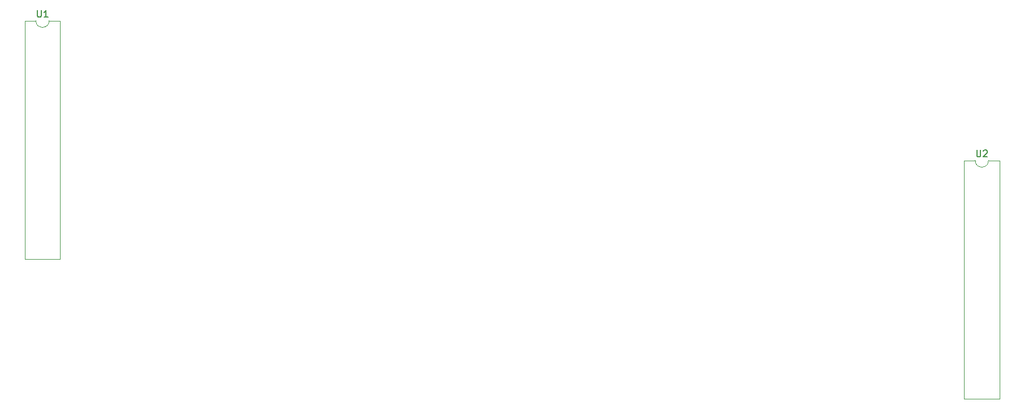
<source format=gbr>
%TF.GenerationSoftware,KiCad,Pcbnew,8.0.3*%
%TF.CreationDate,2024-06-16T03:37:04+05:30*%
%TF.ProjectId,labRF,6c616252-462e-46b6-9963-61645f706362,rev?*%
%TF.SameCoordinates,Original*%
%TF.FileFunction,Legend,Top*%
%TF.FilePolarity,Positive*%
%FSLAX46Y46*%
G04 Gerber Fmt 4.6, Leading zero omitted, Abs format (unit mm)*
G04 Created by KiCad (PCBNEW 8.0.3) date 2024-06-16 03:37:04*
%MOMM*%
%LPD*%
G01*
G04 APERTURE LIST*
%ADD10C,0.150000*%
%ADD11C,0.120000*%
G04 APERTURE END LIST*
D10*
X191928095Y-53264819D02*
X191928095Y-54074342D01*
X191928095Y-54074342D02*
X191975714Y-54169580D01*
X191975714Y-54169580D02*
X192023333Y-54217200D01*
X192023333Y-54217200D02*
X192118571Y-54264819D01*
X192118571Y-54264819D02*
X192309047Y-54264819D01*
X192309047Y-54264819D02*
X192404285Y-54217200D01*
X192404285Y-54217200D02*
X192451904Y-54169580D01*
X192451904Y-54169580D02*
X192499523Y-54074342D01*
X192499523Y-54074342D02*
X192499523Y-53264819D01*
X192928095Y-53360057D02*
X192975714Y-53312438D01*
X192975714Y-53312438D02*
X193070952Y-53264819D01*
X193070952Y-53264819D02*
X193309047Y-53264819D01*
X193309047Y-53264819D02*
X193404285Y-53312438D01*
X193404285Y-53312438D02*
X193451904Y-53360057D01*
X193451904Y-53360057D02*
X193499523Y-53455295D01*
X193499523Y-53455295D02*
X193499523Y-53550533D01*
X193499523Y-53550533D02*
X193451904Y-53693390D01*
X193451904Y-53693390D02*
X192880476Y-54264819D01*
X192880476Y-54264819D02*
X193499523Y-54264819D01*
X51428095Y-32344819D02*
X51428095Y-33154342D01*
X51428095Y-33154342D02*
X51475714Y-33249580D01*
X51475714Y-33249580D02*
X51523333Y-33297200D01*
X51523333Y-33297200D02*
X51618571Y-33344819D01*
X51618571Y-33344819D02*
X51809047Y-33344819D01*
X51809047Y-33344819D02*
X51904285Y-33297200D01*
X51904285Y-33297200D02*
X51951904Y-33249580D01*
X51951904Y-33249580D02*
X51999523Y-33154342D01*
X51999523Y-33154342D02*
X51999523Y-32344819D01*
X52999523Y-33344819D02*
X52428095Y-33344819D01*
X52713809Y-33344819D02*
X52713809Y-32344819D01*
X52713809Y-32344819D02*
X52618571Y-32487676D01*
X52618571Y-32487676D02*
X52523333Y-32582914D01*
X52523333Y-32582914D02*
X52428095Y-32630533D01*
D11*
%TO.C,U2*%
X190040000Y-54810000D02*
X190040000Y-90490000D01*
X190040000Y-90490000D02*
X195340000Y-90490000D01*
X191690000Y-54810000D02*
X190040000Y-54810000D01*
X195340000Y-54810000D02*
X193690000Y-54810000D01*
X195340000Y-90490000D02*
X195340000Y-54810000D01*
X193690000Y-54810000D02*
G75*
G02*
X191690000Y-54810000I-1000000J0D01*
G01*
%TO.C,U1*%
X49540000Y-33890000D02*
X49540000Y-69570000D01*
X49540000Y-69570000D02*
X54840000Y-69570000D01*
X51190000Y-33890000D02*
X49540000Y-33890000D01*
X54840000Y-33890000D02*
X53190000Y-33890000D01*
X54840000Y-69570000D02*
X54840000Y-33890000D01*
X53190000Y-33890000D02*
G75*
G02*
X51190000Y-33890000I-1000000J0D01*
G01*
%TD*%
M02*

</source>
